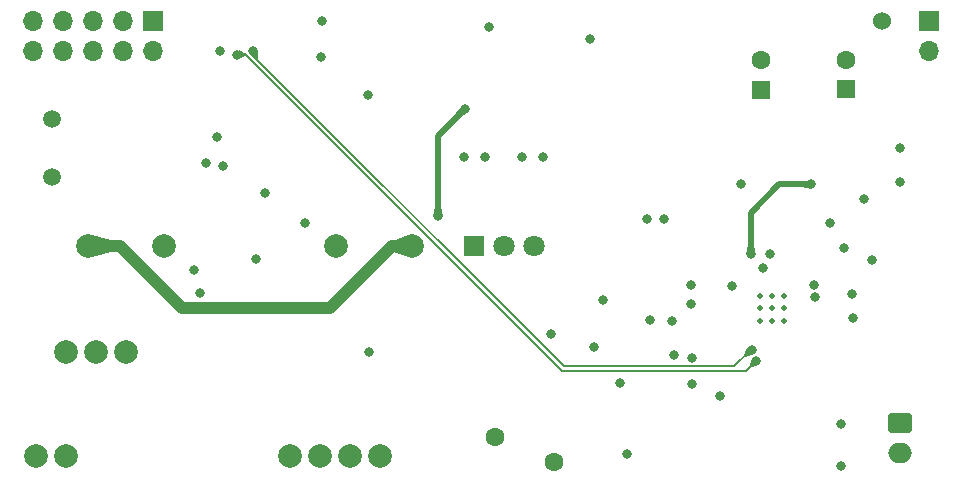
<source format=gbr>
%TF.GenerationSoftware,KiCad,Pcbnew,8.0.1-8.0.1-1~ubuntu22.04.1*%
%TF.CreationDate,2024-04-06T20:30:09+03:00*%
%TF.ProjectId,handle-module,68616e64-6c65-42d6-9d6f-64756c652e6b,rev?*%
%TF.SameCoordinates,Original*%
%TF.FileFunction,Copper,L3,Inr*%
%TF.FilePolarity,Positive*%
%FSLAX46Y46*%
G04 Gerber Fmt 4.6, Leading zero omitted, Abs format (unit mm)*
G04 Created by KiCad (PCBNEW 8.0.1-8.0.1-1~ubuntu22.04.1) date 2024-04-06 20:30:09*
%MOMM*%
%LPD*%
G01*
G04 APERTURE LIST*
G04 Aperture macros list*
%AMRoundRect*
0 Rectangle with rounded corners*
0 $1 Rounding radius*
0 $2 $3 $4 $5 $6 $7 $8 $9 X,Y pos of 4 corners*
0 Add a 4 corners polygon primitive as box body*
4,1,4,$2,$3,$4,$5,$6,$7,$8,$9,$2,$3,0*
0 Add four circle primitives for the rounded corners*
1,1,$1+$1,$2,$3*
1,1,$1+$1,$4,$5*
1,1,$1+$1,$6,$7*
1,1,$1+$1,$8,$9*
0 Add four rect primitives between the rounded corners*
20,1,$1+$1,$2,$3,$4,$5,0*
20,1,$1+$1,$4,$5,$6,$7,0*
20,1,$1+$1,$6,$7,$8,$9,0*
20,1,$1+$1,$8,$9,$2,$3,0*%
G04 Aperture macros list end*
%TA.AperFunction,HeatsinkPad*%
%ADD10C,0.500000*%
%TD*%
%TA.AperFunction,ComponentPad*%
%ADD11C,1.500000*%
%TD*%
%TA.AperFunction,ComponentPad*%
%ADD12R,1.700000X1.700000*%
%TD*%
%TA.AperFunction,ComponentPad*%
%ADD13O,1.700000X1.700000*%
%TD*%
%TA.AperFunction,ComponentPad*%
%ADD14C,2.000000*%
%TD*%
%TA.AperFunction,ComponentPad*%
%ADD15R,1.600000X1.600000*%
%TD*%
%TA.AperFunction,ComponentPad*%
%ADD16C,1.600000*%
%TD*%
%TA.AperFunction,ComponentPad*%
%ADD17R,1.800000X1.800000*%
%TD*%
%TA.AperFunction,ComponentPad*%
%ADD18C,1.800000*%
%TD*%
%TA.AperFunction,ComponentPad*%
%ADD19RoundRect,0.250000X-0.750000X0.600000X-0.750000X-0.600000X0.750000X-0.600000X0.750000X0.600000X0*%
%TD*%
%TA.AperFunction,ComponentPad*%
%ADD20O,2.000000X1.700000*%
%TD*%
%TA.AperFunction,ComponentPad*%
%ADD21C,1.524000*%
%TD*%
%TA.AperFunction,ViaPad*%
%ADD22C,0.800000*%
%TD*%
%TA.AperFunction,Conductor*%
%ADD23C,1.000000*%
%TD*%
%TA.AperFunction,Conductor*%
%ADD24C,0.500000*%
%TD*%
%TA.AperFunction,Conductor*%
%ADD25C,0.200000*%
%TD*%
G04 APERTURE END LIST*
D10*
%TO.N,GNDPWR*%
%TO.C,U5*%
X118640487Y-103250000D03*
X118640487Y-104300000D03*
X118640487Y-105350000D03*
X119690487Y-103250000D03*
X119690487Y-104300000D03*
X119690487Y-105350000D03*
X120740487Y-103250000D03*
X120740487Y-104300000D03*
X120740487Y-105350000D03*
%TD*%
D11*
%TO.N,Net-(U3-XTAL2{slash}PB7)*%
%TO.C,X1*%
X58740487Y-93175000D03*
%TO.N,Net-(U3-XTAL1{slash}PB6)*%
X58740487Y-88295000D03*
%TD*%
D12*
%TO.N,GNDPWR*%
%TO.C,J1*%
X132990487Y-80000000D03*
D13*
%TO.N,/VBAT_BEFORE_FUSE*%
X132990487Y-82540000D03*
%TD*%
D14*
%TO.N,unconnected-(U2-ANT-Pad1)*%
%TO.C,U2*%
X57370487Y-116750000D03*
%TO.N,GNDA*%
X59910487Y-116750000D03*
%TO.N,+5V*%
X78870487Y-116750000D03*
X81410487Y-116750000D03*
%TO.N,/FM_IN*%
X83950487Y-116750000D03*
%TO.N,GNDA*%
X86490487Y-116750000D03*
%TD*%
D15*
%TO.N,/VBAT_BEFORE_FUSE*%
%TO.C,C6*%
X118740487Y-85775001D03*
D16*
%TO.N,GNDA*%
X118740487Y-83275001D03*
%TD*%
D15*
%TO.N,/VBAT_BEFORE_FUSE*%
%TO.C,C5*%
X125990487Y-85750000D03*
D16*
%TO.N,GNDPWR*%
X125990487Y-83250000D03*
%TD*%
D14*
%TO.N,/FM_OUT*%
%TO.C,U1*%
X59910487Y-108000000D03*
%TO.N,+5V*%
X62450487Y-108000000D03*
%TO.N,GNDA*%
X64990487Y-108000000D03*
%TD*%
D17*
%TO.N,Net-(D1-A1)*%
%TO.C,D1*%
X94440487Y-99000000D03*
D18*
%TO.N,Net-(D1-K)*%
X96980487Y-99000000D03*
%TO.N,Net-(D1-A2)*%
X99520487Y-99000000D03*
%TD*%
D16*
%TO.N,/CHARGER_SUPPLY*%
%TO.C,RV1*%
X101215487Y-117300000D03*
%TO.N,GNDPWR*%
X96215487Y-115200000D03*
%TD*%
D19*
%TO.N,GNDPWR*%
%TO.C,J2*%
X130490487Y-114000000D03*
D20*
%TO.N,Net-(D7-A1)*%
X130490487Y-116500000D03*
%TD*%
D14*
%TO.N,/CLOSE_BUTTON*%
%TO.C,SW2*%
X82740487Y-99000000D03*
%TO.N,/VBAT*%
X89240487Y-99000000D03*
%TD*%
D21*
%TO.N,GNDPWR*%
%TO.C,TP2*%
X128990487Y-80000000D03*
%TD*%
D14*
%TO.N,/VBAT*%
%TO.C,SW1*%
X61740487Y-99000000D03*
%TO.N,/OPEN_BUTTON*%
X68240487Y-99000000D03*
%TD*%
D12*
%TO.N,/MOSI*%
%TO.C,J3*%
X67280487Y-80000000D03*
D13*
%TO.N,+5V*%
X67280487Y-82540000D03*
%TO.N,unconnected-(J3-Pin_3-Pad3)*%
X64740487Y-80000000D03*
%TO.N,/RXD*%
X64740487Y-82540000D03*
%TO.N,/RESET#*%
X62200487Y-80000000D03*
%TO.N,/TXD*%
X62200487Y-82540000D03*
%TO.N,/SCK*%
X59660487Y-80000000D03*
%TO.N,GNDA*%
X59660487Y-82540000D03*
%TO.N,/MISO*%
X57120487Y-80000000D03*
%TO.N,GNDA*%
X57120487Y-82540000D03*
%TD*%
D22*
%TO.N,GNDA*%
X81490487Y-83000000D03*
X80190487Y-97100000D03*
X72990487Y-82500000D03*
X128190218Y-100190219D03*
X95740487Y-80500000D03*
X70790487Y-101000000D03*
X85490487Y-86250000D03*
X72740487Y-89750000D03*
X85600000Y-108000000D03*
%TO.N,+5V*%
X100345487Y-91500000D03*
X71290487Y-103000000D03*
X95432987Y-91500000D03*
X112890487Y-108500000D03*
X81590487Y-80000000D03*
X75990487Y-100100000D03*
%TO.N,GNDPWR*%
X125790487Y-99200000D03*
X125500000Y-114100000D03*
X130490487Y-90700000D03*
%TO.N,/CHARGER_SUPPLY*%
X101002987Y-106500000D03*
X107387500Y-116600000D03*
%TO.N,Net-(Q7-G)*%
X104602987Y-107600000D03*
%TO.N,/VSYS*%
X112802987Y-102300000D03*
X130490487Y-93600000D03*
X124590487Y-97100000D03*
%TO.N,/CHARGER_BATSRC*%
X110590487Y-96700000D03*
X126590487Y-105100000D03*
X117090487Y-93800000D03*
%TO.N,/VBAT*%
X104290487Y-81500000D03*
X109090487Y-96700000D03*
%TO.N,/MOSI*%
X71740487Y-92000000D03*
%TO.N,/SCK*%
X73240487Y-92250000D03*
%TO.N,/MISO*%
X76740487Y-94500000D03*
%TO.N,/LED_GREEN#*%
X98520487Y-91500000D03*
%TO.N,/LED_RED#*%
X93607987Y-91500000D03*
%TO.N,Net-(Q8-G)*%
X105402987Y-103600000D03*
%TO.N,Net-(Q9-G)*%
X127490487Y-95000000D03*
X118925206Y-100874794D03*
%TO.N,/CHARGER_BATDRV*%
X126490487Y-103100000D03*
%TO.N,Net-(Q8-D)*%
X112802987Y-103900000D03*
%TO.N,Net-(U5-VCC)*%
X112890487Y-110700000D03*
X116290487Y-102400000D03*
%TO.N,Net-(Q10-D)*%
X117925000Y-99700000D03*
X122990487Y-93800000D03*
%TO.N,/SDA*%
X117990487Y-107800000D03*
X75790487Y-82500000D03*
%TO.N,/SCL*%
X118341436Y-108735863D03*
X74390487Y-82800000D03*
%TO.N,/CHARGER_SRP*%
X123290487Y-102300000D03*
%TO.N,/CHARGER_SRN*%
X123333234Y-103355509D03*
%TO.N,Net-(U5-BTST)*%
X119500000Y-99700000D03*
%TO.N,Net-(D6-K)*%
X106802987Y-110600000D03*
%TO.N,Net-(D7-A1)*%
X125500000Y-117600000D03*
%TO.N,Net-(Q5-D)*%
X91400000Y-96500000D03*
X93700000Y-87400000D03*
%TO.N,Net-(U5-ACDET)*%
X115300000Y-111700000D03*
%TO.N,Net-(U5-ACDRV)*%
X111402987Y-108200000D03*
%TO.N,/CHR_VSYS_NMOS*%
X109402987Y-105300000D03*
%TO.N,Net-(U5-CMSRC)*%
X111202987Y-105400000D03*
%TD*%
D23*
%TO.N,/VBAT*%
X64490487Y-99000000D02*
X69740487Y-104250000D01*
X61515487Y-99000000D02*
X64490487Y-99000000D01*
X82240487Y-104250000D02*
X87490487Y-99000000D01*
X69740487Y-104250000D02*
X82240487Y-104250000D01*
X87490487Y-99000000D02*
X89490487Y-99000000D01*
D24*
%TO.N,Net-(Q10-D)*%
X120290487Y-93800000D02*
X122990487Y-93800000D01*
X117900000Y-99675000D02*
X117900000Y-96190487D01*
X117925000Y-99700000D02*
X117900000Y-99675000D01*
X117900000Y-96190487D02*
X120290487Y-93800000D01*
D25*
%TO.N,/SDA*%
X75790487Y-82895836D02*
X75790487Y-82500000D01*
X117990487Y-107800000D02*
X117900537Y-107800000D01*
X116500537Y-109200000D02*
X102094651Y-109200000D01*
X117900537Y-107800000D02*
X116500537Y-109200000D01*
X102094651Y-109200000D02*
X75790487Y-82895836D01*
%TO.N,/SCL*%
X101928965Y-109600000D02*
X75528965Y-83200000D01*
X118341436Y-108735863D02*
X117477299Y-109600000D01*
X75500537Y-83200000D02*
X75090487Y-82789950D01*
X75090487Y-82789950D02*
X74400537Y-82789950D01*
X117477299Y-109600000D02*
X101928965Y-109600000D01*
X75528965Y-83200000D02*
X75500537Y-83200000D01*
X74400537Y-82789950D02*
X74390487Y-82800000D01*
D24*
%TO.N,Net-(Q5-D)*%
X93700000Y-87400000D02*
X91400000Y-89700000D01*
X91400000Y-89700000D02*
X91400000Y-96500000D01*
%TD*%
%TA.AperFunction,Conductor*%
%TO.N,/VBAT*%
G36*
X63731754Y-98497711D02*
G01*
X63738887Y-98503123D01*
X63740487Y-98509028D01*
X63740487Y-99490971D01*
X63737060Y-99499244D01*
X63731753Y-99502289D01*
X62133030Y-99921295D01*
X62124159Y-99920077D01*
X62119260Y-99914465D01*
X61741349Y-99004485D01*
X61741341Y-98995535D01*
X62119260Y-98085533D01*
X62125597Y-98079208D01*
X62133029Y-98078704D01*
X63731754Y-98497711D01*
G37*
%TD.AperFunction*%
%TD*%
%TA.AperFunction,Conductor*%
%TO.N,/VBAT*%
G36*
X88856071Y-98080485D02*
G01*
X88862209Y-98086727D01*
X89239331Y-98994808D01*
X89239340Y-99003762D01*
X89239334Y-99003777D01*
X88861966Y-99913842D01*
X88855631Y-99920171D01*
X88847486Y-99920469D01*
X87669899Y-99531201D01*
X87665298Y-99528365D01*
X86972778Y-98835845D01*
X86969351Y-98827572D01*
X86972778Y-98819299D01*
X86976763Y-98816686D01*
X88847118Y-98080327D01*
X88856071Y-98080485D01*
G37*
%TD.AperFunction*%
%TD*%
%TA.AperFunction,Conductor*%
%TO.N,Net-(Q10-D)*%
G36*
X122985429Y-93404435D02*
G01*
X122990322Y-93411935D01*
X122990522Y-93414062D01*
X122991487Y-93800000D01*
X122991487Y-93800058D01*
X122990522Y-94185937D01*
X122987074Y-94194202D01*
X122978793Y-94197608D01*
X122976666Y-94197408D01*
X122200031Y-94051789D01*
X122192531Y-94046896D01*
X122190487Y-94040289D01*
X122190487Y-93559710D01*
X122193914Y-93551437D01*
X122200029Y-93548210D01*
X122976667Y-93402591D01*
X122985429Y-93404435D01*
G37*
%TD.AperFunction*%
%TD*%
%TA.AperFunction,Conductor*%
%TO.N,Net-(Q10-D)*%
G36*
X118148915Y-98908400D02*
G01*
X118152055Y-98914102D01*
X118274677Y-99458663D01*
X118292393Y-99537339D01*
X118290867Y-99546163D01*
X118285481Y-99550708D01*
X117927175Y-99700093D01*
X117922644Y-99700994D01*
X117538648Y-99700034D01*
X117530383Y-99696586D01*
X117526977Y-99688305D01*
X117527118Y-99686528D01*
X117648446Y-98914855D01*
X117653116Y-98907215D01*
X117660004Y-98904973D01*
X118140642Y-98904973D01*
X118148915Y-98908400D01*
G37*
%TD.AperFunction*%
%TD*%
%TA.AperFunction,Conductor*%
%TO.N,/SDA*%
G36*
X117630910Y-107651031D02*
G01*
X117986682Y-107797436D01*
X117993029Y-107803754D01*
X117993050Y-107803804D01*
X118138519Y-108157302D01*
X118138498Y-108166256D01*
X118132176Y-108172564D01*
X118127511Y-108174496D01*
X118126511Y-108174857D01*
X117466233Y-108380373D01*
X117457315Y-108379560D01*
X117454483Y-108377475D01*
X117324074Y-108247066D01*
X117320647Y-108238793D01*
X117321922Y-108233481D01*
X117616035Y-107656537D01*
X117622846Y-107650724D01*
X117630910Y-107651031D01*
G37*
%TD.AperFunction*%
%TD*%
%TA.AperFunction,Conductor*%
%TO.N,/SDA*%
G36*
X76177960Y-82499977D02*
G01*
X76186225Y-82503418D01*
X76189637Y-82511698D01*
X76189608Y-82512497D01*
X76147819Y-83107079D01*
X76144421Y-83114532D01*
X76014718Y-83244236D01*
X76006445Y-83247663D01*
X75998172Y-83244236D01*
X75713477Y-82959541D01*
X75713476Y-82959540D01*
X75667076Y-82932751D01*
X75664903Y-82931133D01*
X75520161Y-82794646D01*
X75519915Y-82794407D01*
X75516248Y-82790740D01*
X75512821Y-82782467D01*
X75516225Y-82774218D01*
X75786342Y-82502748D01*
X75794603Y-82499301D01*
X76177960Y-82499977D01*
G37*
%TD.AperFunction*%
%TD*%
%TA.AperFunction,Conductor*%
%TO.N,/SCL*%
G36*
X118337631Y-108733299D02*
G01*
X118343978Y-108739617D01*
X118343999Y-108739667D01*
X118490057Y-109094597D01*
X118490036Y-109103551D01*
X118483692Y-109109868D01*
X117853673Y-109369289D01*
X117844718Y-109369270D01*
X117840945Y-109366743D01*
X117710555Y-109236353D01*
X117707128Y-109228080D01*
X117708008Y-109223629D01*
X117967430Y-108593605D01*
X117973749Y-108587261D01*
X117982700Y-108587241D01*
X118337631Y-108733299D01*
G37*
%TD.AperFunction*%
%TD*%
%TA.AperFunction,Conductor*%
%TO.N,/SCL*%
G36*
X74553956Y-82435915D02*
G01*
X74554851Y-82436333D01*
X75188676Y-82766738D01*
X75216352Y-82781165D01*
X75222104Y-82788028D01*
X75221319Y-82796948D01*
X75219217Y-82799813D01*
X75090628Y-82928402D01*
X75087060Y-82930841D01*
X74554490Y-83164751D01*
X74545537Y-83164941D01*
X74539073Y-83158744D01*
X74539011Y-83158600D01*
X74391646Y-82803788D01*
X74391638Y-82794836D01*
X74538655Y-82442211D01*
X74545002Y-82435894D01*
X74553956Y-82435915D01*
G37*
%TD.AperFunction*%
%TD*%
%TA.AperFunction,Conductor*%
%TO.N,Net-(Q5-D)*%
G36*
X93425479Y-87125713D02*
G01*
X93427124Y-87127075D01*
X93700707Y-87399293D01*
X93700749Y-87399335D01*
X93972924Y-87672875D01*
X93976330Y-87681156D01*
X93972882Y-87689421D01*
X93971237Y-87690783D01*
X93319104Y-88136978D01*
X93310341Y-88138822D01*
X93304224Y-88135595D01*
X92964404Y-87795775D01*
X92960977Y-87787502D01*
X92963021Y-87780895D01*
X93409217Y-87128761D01*
X93416716Y-87123869D01*
X93425479Y-87125713D01*
G37*
%TD.AperFunction*%
%TD*%
%TA.AperFunction,Conductor*%
%TO.N,Net-(Q5-D)*%
G36*
X91648563Y-95703427D02*
G01*
X91651790Y-95709544D01*
X91797408Y-96486179D01*
X91795564Y-96494942D01*
X91788064Y-96499835D01*
X91785937Y-96500035D01*
X91400029Y-96500999D01*
X91399971Y-96500999D01*
X91014062Y-96500035D01*
X91005797Y-96496587D01*
X91002391Y-96488306D01*
X91002591Y-96486179D01*
X91148210Y-95709544D01*
X91153103Y-95702044D01*
X91159710Y-95700000D01*
X91640290Y-95700000D01*
X91648563Y-95703427D01*
G37*
%TD.AperFunction*%
%TD*%
M02*

</source>
